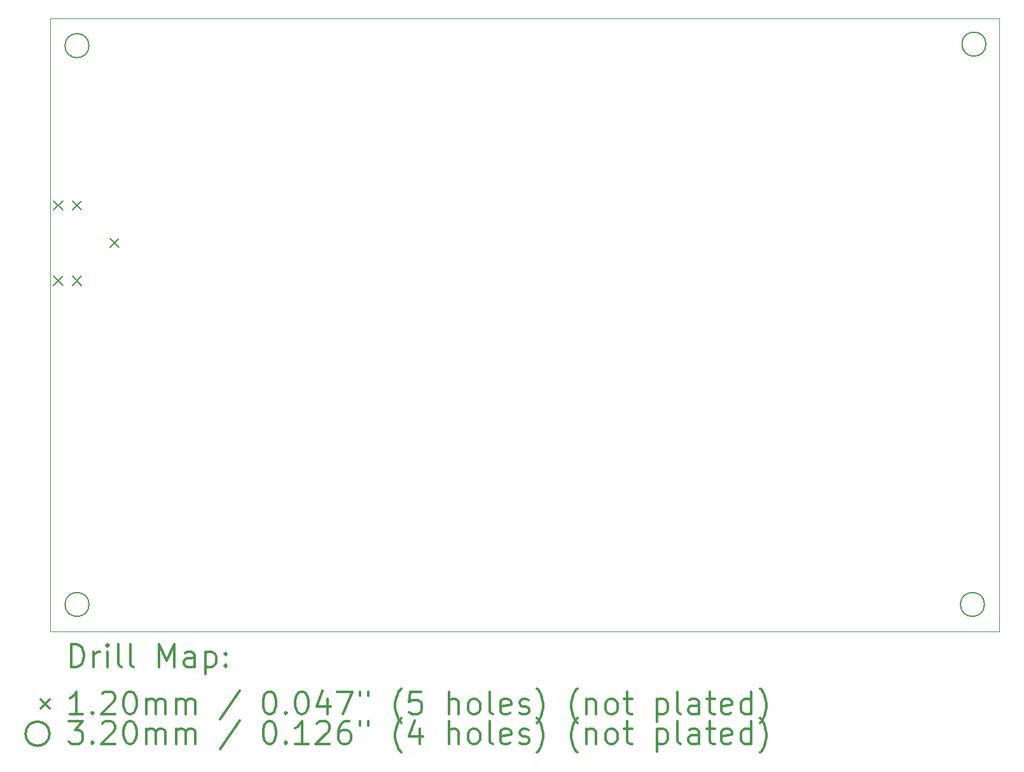
<source format=gbr>
%FSLAX45Y45*%
G04 Gerber Fmt 4.5, Leading zero omitted, Abs format (unit mm)*
G04 Created by KiCad (PCBNEW (5.1.5)-3) date 2021-07-16 13:31:35*
%MOMM*%
%LPD*%
G04 APERTURE LIST*
%TA.AperFunction,Profile*%
%ADD10C,0.100000*%
%TD*%
%ADD11C,0.200000*%
%ADD12C,0.300000*%
G04 APERTURE END LIST*
D10*
X20200000Y-1980000D02*
X20200000Y-10140000D01*
X7560000Y-1980000D02*
X20200000Y-1980000D01*
X7560000Y-10140000D02*
X7560000Y-1980000D01*
X20200000Y-10140000D02*
X7560000Y-10140000D01*
D11*
X7610000Y-4410000D02*
X7730000Y-4530000D01*
X7730000Y-4410000D02*
X7610000Y-4530000D01*
X7610000Y-5410000D02*
X7730000Y-5530000D01*
X7730000Y-5410000D02*
X7610000Y-5530000D01*
X7860000Y-4410000D02*
X7980000Y-4530000D01*
X7980000Y-4410000D02*
X7860000Y-4530000D01*
X7860000Y-5410000D02*
X7980000Y-5530000D01*
X7980000Y-5410000D02*
X7860000Y-5530000D01*
X8360000Y-4910000D02*
X8480000Y-5030000D01*
X8480000Y-4910000D02*
X8360000Y-5030000D01*
X8080000Y-2340000D02*
G75*
G03X8080000Y-2340000I-160000J0D01*
G01*
X20000000Y-9780000D02*
G75*
G03X20000000Y-9780000I-160000J0D01*
G01*
X20020000Y-2320000D02*
G75*
G03X20020000Y-2320000I-160000J0D01*
G01*
X8080000Y-9780000D02*
G75*
G03X8080000Y-9780000I-160000J0D01*
G01*
D12*
X7841428Y-10610714D02*
X7841428Y-10310714D01*
X7912857Y-10310714D01*
X7955714Y-10325000D01*
X7984286Y-10353572D01*
X7998571Y-10382143D01*
X8012857Y-10439286D01*
X8012857Y-10482143D01*
X7998571Y-10539286D01*
X7984286Y-10567857D01*
X7955714Y-10596429D01*
X7912857Y-10610714D01*
X7841428Y-10610714D01*
X8141428Y-10610714D02*
X8141428Y-10410714D01*
X8141428Y-10467857D02*
X8155714Y-10439286D01*
X8170000Y-10425000D01*
X8198571Y-10410714D01*
X8227143Y-10410714D01*
X8327143Y-10610714D02*
X8327143Y-10410714D01*
X8327143Y-10310714D02*
X8312857Y-10325000D01*
X8327143Y-10339286D01*
X8341428Y-10325000D01*
X8327143Y-10310714D01*
X8327143Y-10339286D01*
X8512857Y-10610714D02*
X8484286Y-10596429D01*
X8470000Y-10567857D01*
X8470000Y-10310714D01*
X8670000Y-10610714D02*
X8641428Y-10596429D01*
X8627143Y-10567857D01*
X8627143Y-10310714D01*
X9012857Y-10610714D02*
X9012857Y-10310714D01*
X9112857Y-10525000D01*
X9212857Y-10310714D01*
X9212857Y-10610714D01*
X9484286Y-10610714D02*
X9484286Y-10453572D01*
X9470000Y-10425000D01*
X9441428Y-10410714D01*
X9384286Y-10410714D01*
X9355714Y-10425000D01*
X9484286Y-10596429D02*
X9455714Y-10610714D01*
X9384286Y-10610714D01*
X9355714Y-10596429D01*
X9341428Y-10567857D01*
X9341428Y-10539286D01*
X9355714Y-10510714D01*
X9384286Y-10496429D01*
X9455714Y-10496429D01*
X9484286Y-10482143D01*
X9627143Y-10410714D02*
X9627143Y-10710714D01*
X9627143Y-10425000D02*
X9655714Y-10410714D01*
X9712857Y-10410714D01*
X9741428Y-10425000D01*
X9755714Y-10439286D01*
X9770000Y-10467857D01*
X9770000Y-10553572D01*
X9755714Y-10582143D01*
X9741428Y-10596429D01*
X9712857Y-10610714D01*
X9655714Y-10610714D01*
X9627143Y-10596429D01*
X9898571Y-10582143D02*
X9912857Y-10596429D01*
X9898571Y-10610714D01*
X9884286Y-10596429D01*
X9898571Y-10582143D01*
X9898571Y-10610714D01*
X9898571Y-10425000D02*
X9912857Y-10439286D01*
X9898571Y-10453572D01*
X9884286Y-10439286D01*
X9898571Y-10425000D01*
X9898571Y-10453572D01*
X7435000Y-11045000D02*
X7555000Y-11165000D01*
X7555000Y-11045000D02*
X7435000Y-11165000D01*
X7998571Y-11240714D02*
X7827143Y-11240714D01*
X7912857Y-11240714D02*
X7912857Y-10940714D01*
X7884286Y-10983572D01*
X7855714Y-11012143D01*
X7827143Y-11026429D01*
X8127143Y-11212143D02*
X8141428Y-11226429D01*
X8127143Y-11240714D01*
X8112857Y-11226429D01*
X8127143Y-11212143D01*
X8127143Y-11240714D01*
X8255714Y-10969286D02*
X8270000Y-10955000D01*
X8298571Y-10940714D01*
X8370000Y-10940714D01*
X8398571Y-10955000D01*
X8412857Y-10969286D01*
X8427143Y-10997857D01*
X8427143Y-11026429D01*
X8412857Y-11069286D01*
X8241428Y-11240714D01*
X8427143Y-11240714D01*
X8612857Y-10940714D02*
X8641428Y-10940714D01*
X8670000Y-10955000D01*
X8684286Y-10969286D01*
X8698571Y-10997857D01*
X8712857Y-11055000D01*
X8712857Y-11126429D01*
X8698571Y-11183572D01*
X8684286Y-11212143D01*
X8670000Y-11226429D01*
X8641428Y-11240714D01*
X8612857Y-11240714D01*
X8584286Y-11226429D01*
X8570000Y-11212143D01*
X8555714Y-11183572D01*
X8541428Y-11126429D01*
X8541428Y-11055000D01*
X8555714Y-10997857D01*
X8570000Y-10969286D01*
X8584286Y-10955000D01*
X8612857Y-10940714D01*
X8841428Y-11240714D02*
X8841428Y-11040714D01*
X8841428Y-11069286D02*
X8855714Y-11055000D01*
X8884286Y-11040714D01*
X8927143Y-11040714D01*
X8955714Y-11055000D01*
X8970000Y-11083572D01*
X8970000Y-11240714D01*
X8970000Y-11083572D02*
X8984286Y-11055000D01*
X9012857Y-11040714D01*
X9055714Y-11040714D01*
X9084286Y-11055000D01*
X9098571Y-11083572D01*
X9098571Y-11240714D01*
X9241428Y-11240714D02*
X9241428Y-11040714D01*
X9241428Y-11069286D02*
X9255714Y-11055000D01*
X9284286Y-11040714D01*
X9327143Y-11040714D01*
X9355714Y-11055000D01*
X9370000Y-11083572D01*
X9370000Y-11240714D01*
X9370000Y-11083572D02*
X9384286Y-11055000D01*
X9412857Y-11040714D01*
X9455714Y-11040714D01*
X9484286Y-11055000D01*
X9498571Y-11083572D01*
X9498571Y-11240714D01*
X10084286Y-10926429D02*
X9827143Y-11312143D01*
X10470000Y-10940714D02*
X10498571Y-10940714D01*
X10527143Y-10955000D01*
X10541428Y-10969286D01*
X10555714Y-10997857D01*
X10570000Y-11055000D01*
X10570000Y-11126429D01*
X10555714Y-11183572D01*
X10541428Y-11212143D01*
X10527143Y-11226429D01*
X10498571Y-11240714D01*
X10470000Y-11240714D01*
X10441428Y-11226429D01*
X10427143Y-11212143D01*
X10412857Y-11183572D01*
X10398571Y-11126429D01*
X10398571Y-11055000D01*
X10412857Y-10997857D01*
X10427143Y-10969286D01*
X10441428Y-10955000D01*
X10470000Y-10940714D01*
X10698571Y-11212143D02*
X10712857Y-11226429D01*
X10698571Y-11240714D01*
X10684286Y-11226429D01*
X10698571Y-11212143D01*
X10698571Y-11240714D01*
X10898571Y-10940714D02*
X10927143Y-10940714D01*
X10955714Y-10955000D01*
X10970000Y-10969286D01*
X10984286Y-10997857D01*
X10998571Y-11055000D01*
X10998571Y-11126429D01*
X10984286Y-11183572D01*
X10970000Y-11212143D01*
X10955714Y-11226429D01*
X10927143Y-11240714D01*
X10898571Y-11240714D01*
X10870000Y-11226429D01*
X10855714Y-11212143D01*
X10841428Y-11183572D01*
X10827143Y-11126429D01*
X10827143Y-11055000D01*
X10841428Y-10997857D01*
X10855714Y-10969286D01*
X10870000Y-10955000D01*
X10898571Y-10940714D01*
X11255714Y-11040714D02*
X11255714Y-11240714D01*
X11184286Y-10926429D02*
X11112857Y-11140714D01*
X11298571Y-11140714D01*
X11384286Y-10940714D02*
X11584286Y-10940714D01*
X11455714Y-11240714D01*
X11684286Y-10940714D02*
X11684286Y-10997857D01*
X11798571Y-10940714D02*
X11798571Y-10997857D01*
X12241428Y-11355000D02*
X12227143Y-11340714D01*
X12198571Y-11297857D01*
X12184286Y-11269286D01*
X12170000Y-11226429D01*
X12155714Y-11155000D01*
X12155714Y-11097857D01*
X12170000Y-11026429D01*
X12184286Y-10983572D01*
X12198571Y-10955000D01*
X12227143Y-10912143D01*
X12241428Y-10897857D01*
X12498571Y-10940714D02*
X12355714Y-10940714D01*
X12341428Y-11083572D01*
X12355714Y-11069286D01*
X12384286Y-11055000D01*
X12455714Y-11055000D01*
X12484286Y-11069286D01*
X12498571Y-11083572D01*
X12512857Y-11112143D01*
X12512857Y-11183572D01*
X12498571Y-11212143D01*
X12484286Y-11226429D01*
X12455714Y-11240714D01*
X12384286Y-11240714D01*
X12355714Y-11226429D01*
X12341428Y-11212143D01*
X12870000Y-11240714D02*
X12870000Y-10940714D01*
X12998571Y-11240714D02*
X12998571Y-11083572D01*
X12984286Y-11055000D01*
X12955714Y-11040714D01*
X12912857Y-11040714D01*
X12884286Y-11055000D01*
X12870000Y-11069286D01*
X13184286Y-11240714D02*
X13155714Y-11226429D01*
X13141428Y-11212143D01*
X13127143Y-11183572D01*
X13127143Y-11097857D01*
X13141428Y-11069286D01*
X13155714Y-11055000D01*
X13184286Y-11040714D01*
X13227143Y-11040714D01*
X13255714Y-11055000D01*
X13270000Y-11069286D01*
X13284286Y-11097857D01*
X13284286Y-11183572D01*
X13270000Y-11212143D01*
X13255714Y-11226429D01*
X13227143Y-11240714D01*
X13184286Y-11240714D01*
X13455714Y-11240714D02*
X13427143Y-11226429D01*
X13412857Y-11197857D01*
X13412857Y-10940714D01*
X13684286Y-11226429D02*
X13655714Y-11240714D01*
X13598571Y-11240714D01*
X13570000Y-11226429D01*
X13555714Y-11197857D01*
X13555714Y-11083572D01*
X13570000Y-11055000D01*
X13598571Y-11040714D01*
X13655714Y-11040714D01*
X13684286Y-11055000D01*
X13698571Y-11083572D01*
X13698571Y-11112143D01*
X13555714Y-11140714D01*
X13812857Y-11226429D02*
X13841428Y-11240714D01*
X13898571Y-11240714D01*
X13927143Y-11226429D01*
X13941428Y-11197857D01*
X13941428Y-11183572D01*
X13927143Y-11155000D01*
X13898571Y-11140714D01*
X13855714Y-11140714D01*
X13827143Y-11126429D01*
X13812857Y-11097857D01*
X13812857Y-11083572D01*
X13827143Y-11055000D01*
X13855714Y-11040714D01*
X13898571Y-11040714D01*
X13927143Y-11055000D01*
X14041428Y-11355000D02*
X14055714Y-11340714D01*
X14084286Y-11297857D01*
X14098571Y-11269286D01*
X14112857Y-11226429D01*
X14127143Y-11155000D01*
X14127143Y-11097857D01*
X14112857Y-11026429D01*
X14098571Y-10983572D01*
X14084286Y-10955000D01*
X14055714Y-10912143D01*
X14041428Y-10897857D01*
X14584286Y-11355000D02*
X14570000Y-11340714D01*
X14541428Y-11297857D01*
X14527143Y-11269286D01*
X14512857Y-11226429D01*
X14498571Y-11155000D01*
X14498571Y-11097857D01*
X14512857Y-11026429D01*
X14527143Y-10983572D01*
X14541428Y-10955000D01*
X14570000Y-10912143D01*
X14584286Y-10897857D01*
X14698571Y-11040714D02*
X14698571Y-11240714D01*
X14698571Y-11069286D02*
X14712857Y-11055000D01*
X14741428Y-11040714D01*
X14784286Y-11040714D01*
X14812857Y-11055000D01*
X14827143Y-11083572D01*
X14827143Y-11240714D01*
X15012857Y-11240714D02*
X14984286Y-11226429D01*
X14970000Y-11212143D01*
X14955714Y-11183572D01*
X14955714Y-11097857D01*
X14970000Y-11069286D01*
X14984286Y-11055000D01*
X15012857Y-11040714D01*
X15055714Y-11040714D01*
X15084286Y-11055000D01*
X15098571Y-11069286D01*
X15112857Y-11097857D01*
X15112857Y-11183572D01*
X15098571Y-11212143D01*
X15084286Y-11226429D01*
X15055714Y-11240714D01*
X15012857Y-11240714D01*
X15198571Y-11040714D02*
X15312857Y-11040714D01*
X15241428Y-10940714D02*
X15241428Y-11197857D01*
X15255714Y-11226429D01*
X15284286Y-11240714D01*
X15312857Y-11240714D01*
X15641428Y-11040714D02*
X15641428Y-11340714D01*
X15641428Y-11055000D02*
X15670000Y-11040714D01*
X15727143Y-11040714D01*
X15755714Y-11055000D01*
X15770000Y-11069286D01*
X15784286Y-11097857D01*
X15784286Y-11183572D01*
X15770000Y-11212143D01*
X15755714Y-11226429D01*
X15727143Y-11240714D01*
X15670000Y-11240714D01*
X15641428Y-11226429D01*
X15955714Y-11240714D02*
X15927143Y-11226429D01*
X15912857Y-11197857D01*
X15912857Y-10940714D01*
X16198571Y-11240714D02*
X16198571Y-11083572D01*
X16184286Y-11055000D01*
X16155714Y-11040714D01*
X16098571Y-11040714D01*
X16070000Y-11055000D01*
X16198571Y-11226429D02*
X16170000Y-11240714D01*
X16098571Y-11240714D01*
X16070000Y-11226429D01*
X16055714Y-11197857D01*
X16055714Y-11169286D01*
X16070000Y-11140714D01*
X16098571Y-11126429D01*
X16170000Y-11126429D01*
X16198571Y-11112143D01*
X16298571Y-11040714D02*
X16412857Y-11040714D01*
X16341428Y-10940714D02*
X16341428Y-11197857D01*
X16355714Y-11226429D01*
X16384286Y-11240714D01*
X16412857Y-11240714D01*
X16627143Y-11226429D02*
X16598571Y-11240714D01*
X16541428Y-11240714D01*
X16512857Y-11226429D01*
X16498571Y-11197857D01*
X16498571Y-11083572D01*
X16512857Y-11055000D01*
X16541428Y-11040714D01*
X16598571Y-11040714D01*
X16627143Y-11055000D01*
X16641428Y-11083572D01*
X16641428Y-11112143D01*
X16498571Y-11140714D01*
X16898571Y-11240714D02*
X16898571Y-10940714D01*
X16898571Y-11226429D02*
X16870000Y-11240714D01*
X16812857Y-11240714D01*
X16784286Y-11226429D01*
X16770000Y-11212143D01*
X16755714Y-11183572D01*
X16755714Y-11097857D01*
X16770000Y-11069286D01*
X16784286Y-11055000D01*
X16812857Y-11040714D01*
X16870000Y-11040714D01*
X16898571Y-11055000D01*
X17012857Y-11355000D02*
X17027143Y-11340714D01*
X17055714Y-11297857D01*
X17070000Y-11269286D01*
X17084286Y-11226429D01*
X17098571Y-11155000D01*
X17098571Y-11097857D01*
X17084286Y-11026429D01*
X17070000Y-10983572D01*
X17055714Y-10955000D01*
X17027143Y-10912143D01*
X17012857Y-10897857D01*
X7555000Y-11501000D02*
G75*
G03X7555000Y-11501000I-160000J0D01*
G01*
X7812857Y-11336714D02*
X7998571Y-11336714D01*
X7898571Y-11451000D01*
X7941428Y-11451000D01*
X7970000Y-11465286D01*
X7984286Y-11479571D01*
X7998571Y-11508143D01*
X7998571Y-11579571D01*
X7984286Y-11608143D01*
X7970000Y-11622429D01*
X7941428Y-11636714D01*
X7855714Y-11636714D01*
X7827143Y-11622429D01*
X7812857Y-11608143D01*
X8127143Y-11608143D02*
X8141428Y-11622429D01*
X8127143Y-11636714D01*
X8112857Y-11622429D01*
X8127143Y-11608143D01*
X8127143Y-11636714D01*
X8255714Y-11365286D02*
X8270000Y-11351000D01*
X8298571Y-11336714D01*
X8370000Y-11336714D01*
X8398571Y-11351000D01*
X8412857Y-11365286D01*
X8427143Y-11393857D01*
X8427143Y-11422429D01*
X8412857Y-11465286D01*
X8241428Y-11636714D01*
X8427143Y-11636714D01*
X8612857Y-11336714D02*
X8641428Y-11336714D01*
X8670000Y-11351000D01*
X8684286Y-11365286D01*
X8698571Y-11393857D01*
X8712857Y-11451000D01*
X8712857Y-11522429D01*
X8698571Y-11579571D01*
X8684286Y-11608143D01*
X8670000Y-11622429D01*
X8641428Y-11636714D01*
X8612857Y-11636714D01*
X8584286Y-11622429D01*
X8570000Y-11608143D01*
X8555714Y-11579571D01*
X8541428Y-11522429D01*
X8541428Y-11451000D01*
X8555714Y-11393857D01*
X8570000Y-11365286D01*
X8584286Y-11351000D01*
X8612857Y-11336714D01*
X8841428Y-11636714D02*
X8841428Y-11436714D01*
X8841428Y-11465286D02*
X8855714Y-11451000D01*
X8884286Y-11436714D01*
X8927143Y-11436714D01*
X8955714Y-11451000D01*
X8970000Y-11479571D01*
X8970000Y-11636714D01*
X8970000Y-11479571D02*
X8984286Y-11451000D01*
X9012857Y-11436714D01*
X9055714Y-11436714D01*
X9084286Y-11451000D01*
X9098571Y-11479571D01*
X9098571Y-11636714D01*
X9241428Y-11636714D02*
X9241428Y-11436714D01*
X9241428Y-11465286D02*
X9255714Y-11451000D01*
X9284286Y-11436714D01*
X9327143Y-11436714D01*
X9355714Y-11451000D01*
X9370000Y-11479571D01*
X9370000Y-11636714D01*
X9370000Y-11479571D02*
X9384286Y-11451000D01*
X9412857Y-11436714D01*
X9455714Y-11436714D01*
X9484286Y-11451000D01*
X9498571Y-11479571D01*
X9498571Y-11636714D01*
X10084286Y-11322429D02*
X9827143Y-11708143D01*
X10470000Y-11336714D02*
X10498571Y-11336714D01*
X10527143Y-11351000D01*
X10541428Y-11365286D01*
X10555714Y-11393857D01*
X10570000Y-11451000D01*
X10570000Y-11522429D01*
X10555714Y-11579571D01*
X10541428Y-11608143D01*
X10527143Y-11622429D01*
X10498571Y-11636714D01*
X10470000Y-11636714D01*
X10441428Y-11622429D01*
X10427143Y-11608143D01*
X10412857Y-11579571D01*
X10398571Y-11522429D01*
X10398571Y-11451000D01*
X10412857Y-11393857D01*
X10427143Y-11365286D01*
X10441428Y-11351000D01*
X10470000Y-11336714D01*
X10698571Y-11608143D02*
X10712857Y-11622429D01*
X10698571Y-11636714D01*
X10684286Y-11622429D01*
X10698571Y-11608143D01*
X10698571Y-11636714D01*
X10998571Y-11636714D02*
X10827143Y-11636714D01*
X10912857Y-11636714D02*
X10912857Y-11336714D01*
X10884286Y-11379571D01*
X10855714Y-11408143D01*
X10827143Y-11422429D01*
X11112857Y-11365286D02*
X11127143Y-11351000D01*
X11155714Y-11336714D01*
X11227143Y-11336714D01*
X11255714Y-11351000D01*
X11270000Y-11365286D01*
X11284286Y-11393857D01*
X11284286Y-11422429D01*
X11270000Y-11465286D01*
X11098571Y-11636714D01*
X11284286Y-11636714D01*
X11541428Y-11336714D02*
X11484286Y-11336714D01*
X11455714Y-11351000D01*
X11441428Y-11365286D01*
X11412857Y-11408143D01*
X11398571Y-11465286D01*
X11398571Y-11579571D01*
X11412857Y-11608143D01*
X11427143Y-11622429D01*
X11455714Y-11636714D01*
X11512857Y-11636714D01*
X11541428Y-11622429D01*
X11555714Y-11608143D01*
X11570000Y-11579571D01*
X11570000Y-11508143D01*
X11555714Y-11479571D01*
X11541428Y-11465286D01*
X11512857Y-11451000D01*
X11455714Y-11451000D01*
X11427143Y-11465286D01*
X11412857Y-11479571D01*
X11398571Y-11508143D01*
X11684286Y-11336714D02*
X11684286Y-11393857D01*
X11798571Y-11336714D02*
X11798571Y-11393857D01*
X12241428Y-11751000D02*
X12227143Y-11736714D01*
X12198571Y-11693857D01*
X12184286Y-11665286D01*
X12170000Y-11622429D01*
X12155714Y-11551000D01*
X12155714Y-11493857D01*
X12170000Y-11422429D01*
X12184286Y-11379571D01*
X12198571Y-11351000D01*
X12227143Y-11308143D01*
X12241428Y-11293857D01*
X12484286Y-11436714D02*
X12484286Y-11636714D01*
X12412857Y-11322429D02*
X12341428Y-11536714D01*
X12527143Y-11536714D01*
X12870000Y-11636714D02*
X12870000Y-11336714D01*
X12998571Y-11636714D02*
X12998571Y-11479571D01*
X12984286Y-11451000D01*
X12955714Y-11436714D01*
X12912857Y-11436714D01*
X12884286Y-11451000D01*
X12870000Y-11465286D01*
X13184286Y-11636714D02*
X13155714Y-11622429D01*
X13141428Y-11608143D01*
X13127143Y-11579571D01*
X13127143Y-11493857D01*
X13141428Y-11465286D01*
X13155714Y-11451000D01*
X13184286Y-11436714D01*
X13227143Y-11436714D01*
X13255714Y-11451000D01*
X13270000Y-11465286D01*
X13284286Y-11493857D01*
X13284286Y-11579571D01*
X13270000Y-11608143D01*
X13255714Y-11622429D01*
X13227143Y-11636714D01*
X13184286Y-11636714D01*
X13455714Y-11636714D02*
X13427143Y-11622429D01*
X13412857Y-11593857D01*
X13412857Y-11336714D01*
X13684286Y-11622429D02*
X13655714Y-11636714D01*
X13598571Y-11636714D01*
X13570000Y-11622429D01*
X13555714Y-11593857D01*
X13555714Y-11479571D01*
X13570000Y-11451000D01*
X13598571Y-11436714D01*
X13655714Y-11436714D01*
X13684286Y-11451000D01*
X13698571Y-11479571D01*
X13698571Y-11508143D01*
X13555714Y-11536714D01*
X13812857Y-11622429D02*
X13841428Y-11636714D01*
X13898571Y-11636714D01*
X13927143Y-11622429D01*
X13941428Y-11593857D01*
X13941428Y-11579571D01*
X13927143Y-11551000D01*
X13898571Y-11536714D01*
X13855714Y-11536714D01*
X13827143Y-11522429D01*
X13812857Y-11493857D01*
X13812857Y-11479571D01*
X13827143Y-11451000D01*
X13855714Y-11436714D01*
X13898571Y-11436714D01*
X13927143Y-11451000D01*
X14041428Y-11751000D02*
X14055714Y-11736714D01*
X14084286Y-11693857D01*
X14098571Y-11665286D01*
X14112857Y-11622429D01*
X14127143Y-11551000D01*
X14127143Y-11493857D01*
X14112857Y-11422429D01*
X14098571Y-11379571D01*
X14084286Y-11351000D01*
X14055714Y-11308143D01*
X14041428Y-11293857D01*
X14584286Y-11751000D02*
X14570000Y-11736714D01*
X14541428Y-11693857D01*
X14527143Y-11665286D01*
X14512857Y-11622429D01*
X14498571Y-11551000D01*
X14498571Y-11493857D01*
X14512857Y-11422429D01*
X14527143Y-11379571D01*
X14541428Y-11351000D01*
X14570000Y-11308143D01*
X14584286Y-11293857D01*
X14698571Y-11436714D02*
X14698571Y-11636714D01*
X14698571Y-11465286D02*
X14712857Y-11451000D01*
X14741428Y-11436714D01*
X14784286Y-11436714D01*
X14812857Y-11451000D01*
X14827143Y-11479571D01*
X14827143Y-11636714D01*
X15012857Y-11636714D02*
X14984286Y-11622429D01*
X14970000Y-11608143D01*
X14955714Y-11579571D01*
X14955714Y-11493857D01*
X14970000Y-11465286D01*
X14984286Y-11451000D01*
X15012857Y-11436714D01*
X15055714Y-11436714D01*
X15084286Y-11451000D01*
X15098571Y-11465286D01*
X15112857Y-11493857D01*
X15112857Y-11579571D01*
X15098571Y-11608143D01*
X15084286Y-11622429D01*
X15055714Y-11636714D01*
X15012857Y-11636714D01*
X15198571Y-11436714D02*
X15312857Y-11436714D01*
X15241428Y-11336714D02*
X15241428Y-11593857D01*
X15255714Y-11622429D01*
X15284286Y-11636714D01*
X15312857Y-11636714D01*
X15641428Y-11436714D02*
X15641428Y-11736714D01*
X15641428Y-11451000D02*
X15670000Y-11436714D01*
X15727143Y-11436714D01*
X15755714Y-11451000D01*
X15770000Y-11465286D01*
X15784286Y-11493857D01*
X15784286Y-11579571D01*
X15770000Y-11608143D01*
X15755714Y-11622429D01*
X15727143Y-11636714D01*
X15670000Y-11636714D01*
X15641428Y-11622429D01*
X15955714Y-11636714D02*
X15927143Y-11622429D01*
X15912857Y-11593857D01*
X15912857Y-11336714D01*
X16198571Y-11636714D02*
X16198571Y-11479571D01*
X16184286Y-11451000D01*
X16155714Y-11436714D01*
X16098571Y-11436714D01*
X16070000Y-11451000D01*
X16198571Y-11622429D02*
X16170000Y-11636714D01*
X16098571Y-11636714D01*
X16070000Y-11622429D01*
X16055714Y-11593857D01*
X16055714Y-11565286D01*
X16070000Y-11536714D01*
X16098571Y-11522429D01*
X16170000Y-11522429D01*
X16198571Y-11508143D01*
X16298571Y-11436714D02*
X16412857Y-11436714D01*
X16341428Y-11336714D02*
X16341428Y-11593857D01*
X16355714Y-11622429D01*
X16384286Y-11636714D01*
X16412857Y-11636714D01*
X16627143Y-11622429D02*
X16598571Y-11636714D01*
X16541428Y-11636714D01*
X16512857Y-11622429D01*
X16498571Y-11593857D01*
X16498571Y-11479571D01*
X16512857Y-11451000D01*
X16541428Y-11436714D01*
X16598571Y-11436714D01*
X16627143Y-11451000D01*
X16641428Y-11479571D01*
X16641428Y-11508143D01*
X16498571Y-11536714D01*
X16898571Y-11636714D02*
X16898571Y-11336714D01*
X16898571Y-11622429D02*
X16870000Y-11636714D01*
X16812857Y-11636714D01*
X16784286Y-11622429D01*
X16770000Y-11608143D01*
X16755714Y-11579571D01*
X16755714Y-11493857D01*
X16770000Y-11465286D01*
X16784286Y-11451000D01*
X16812857Y-11436714D01*
X16870000Y-11436714D01*
X16898571Y-11451000D01*
X17012857Y-11751000D02*
X17027143Y-11736714D01*
X17055714Y-11693857D01*
X17070000Y-11665286D01*
X17084286Y-11622429D01*
X17098571Y-11551000D01*
X17098571Y-11493857D01*
X17084286Y-11422429D01*
X17070000Y-11379571D01*
X17055714Y-11351000D01*
X17027143Y-11308143D01*
X17012857Y-11293857D01*
M02*

</source>
